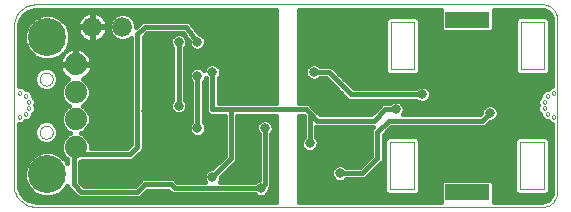
<source format=gbl>
G75*
%MOIN*%
%OFA0B0*%
%FSLAX24Y24*%
%IPPOS*%
%LPD*%
%AMOC8*
5,1,8,0,0,1.08239X$1,22.5*
%
%ADD10C,0.0000*%
%ADD11C,0.0740*%
%ADD12C,0.1266*%
%ADD13C,0.0660*%
%ADD14R,0.1496X0.0551*%
%ADD15C,0.0039*%
%ADD16C,0.0320*%
%ADD17C,0.0160*%
D10*
X006773Y003863D02*
X023643Y003863D01*
X023687Y003865D01*
X023730Y003871D01*
X023772Y003880D01*
X023814Y003893D01*
X023854Y003910D01*
X023893Y003930D01*
X023930Y003953D01*
X023964Y003980D01*
X023997Y004009D01*
X024026Y004042D01*
X024053Y004076D01*
X024076Y004113D01*
X024096Y004152D01*
X024113Y004192D01*
X024126Y004234D01*
X024135Y004276D01*
X024141Y004319D01*
X024143Y004363D01*
X024143Y010109D01*
X024141Y010152D01*
X024136Y010196D01*
X024127Y010238D01*
X024114Y010280D01*
X024098Y010320D01*
X024078Y010359D01*
X024055Y010396D01*
X024029Y010431D01*
X024000Y010463D01*
X023968Y010493D01*
X023933Y010520D01*
X023897Y010544D01*
X023858Y010564D01*
X023818Y010581D01*
X023777Y010595D01*
X023734Y010605D01*
X023691Y010611D01*
X023647Y010613D01*
X023648Y010613D02*
X006777Y010613D01*
X006723Y010611D01*
X006670Y010605D01*
X006617Y010596D01*
X006565Y010582D01*
X006514Y010565D01*
X006464Y010545D01*
X006416Y010521D01*
X006369Y010493D01*
X006325Y010463D01*
X006283Y010429D01*
X006244Y010392D01*
X006207Y010353D01*
X006173Y010311D01*
X006143Y010267D01*
X006115Y010220D01*
X006091Y010172D01*
X006071Y010122D01*
X006054Y010071D01*
X006040Y010019D01*
X006031Y009966D01*
X006025Y009913D01*
X006023Y009859D01*
X006023Y004613D01*
X006025Y004559D01*
X006031Y004506D01*
X006040Y004454D01*
X006053Y004402D01*
X006070Y004351D01*
X006091Y004301D01*
X006115Y004254D01*
X006142Y004208D01*
X006173Y004164D01*
X006206Y004122D01*
X006243Y004083D01*
X006282Y004046D01*
X006324Y004013D01*
X006368Y003982D01*
X006414Y003955D01*
X006461Y003931D01*
X006511Y003910D01*
X006562Y003893D01*
X006614Y003880D01*
X006666Y003871D01*
X006719Y003865D01*
X006773Y003863D01*
X006892Y006352D02*
X006894Y006381D01*
X006900Y006409D01*
X006909Y006437D01*
X006922Y006463D01*
X006939Y006486D01*
X006958Y006508D01*
X006980Y006527D01*
X007005Y006542D01*
X007031Y006555D01*
X007059Y006563D01*
X007087Y006568D01*
X007116Y006569D01*
X007145Y006566D01*
X007173Y006559D01*
X007200Y006549D01*
X007226Y006535D01*
X007249Y006518D01*
X007270Y006498D01*
X007288Y006475D01*
X007303Y006450D01*
X007314Y006423D01*
X007322Y006395D01*
X007326Y006366D01*
X007326Y006338D01*
X007322Y006309D01*
X007314Y006281D01*
X007303Y006254D01*
X007288Y006229D01*
X007270Y006206D01*
X007249Y006186D01*
X007226Y006169D01*
X007200Y006155D01*
X007173Y006145D01*
X007145Y006138D01*
X007116Y006135D01*
X007087Y006136D01*
X007059Y006141D01*
X007031Y006149D01*
X007005Y006162D01*
X006980Y006177D01*
X006958Y006196D01*
X006939Y006218D01*
X006922Y006241D01*
X006909Y006267D01*
X006900Y006295D01*
X006894Y006323D01*
X006892Y006352D01*
X006163Y006863D02*
X006165Y006878D01*
X006170Y006892D01*
X006179Y006904D01*
X006191Y006914D01*
X006204Y006920D01*
X006219Y006923D01*
X006234Y006922D01*
X006249Y006917D01*
X006261Y006909D01*
X006272Y006898D01*
X006279Y006885D01*
X006283Y006871D01*
X006283Y006855D01*
X006279Y006841D01*
X006272Y006828D01*
X006261Y006817D01*
X006249Y006809D01*
X006234Y006804D01*
X006219Y006803D01*
X006204Y006806D01*
X006191Y006812D01*
X006179Y006822D01*
X006170Y006834D01*
X006165Y006848D01*
X006163Y006863D01*
X006363Y006963D02*
X006365Y006978D01*
X006370Y006992D01*
X006379Y007004D01*
X006391Y007014D01*
X006404Y007020D01*
X006419Y007023D01*
X006434Y007022D01*
X006449Y007017D01*
X006461Y007009D01*
X006472Y006998D01*
X006479Y006985D01*
X006483Y006971D01*
X006483Y006955D01*
X006479Y006941D01*
X006472Y006928D01*
X006461Y006917D01*
X006449Y006909D01*
X006434Y006904D01*
X006419Y006903D01*
X006404Y006906D01*
X006391Y006912D01*
X006379Y006922D01*
X006370Y006934D01*
X006365Y006948D01*
X006363Y006963D01*
X006463Y007163D02*
X006465Y007178D01*
X006470Y007192D01*
X006479Y007204D01*
X006491Y007214D01*
X006504Y007220D01*
X006519Y007223D01*
X006534Y007222D01*
X006549Y007217D01*
X006561Y007209D01*
X006572Y007198D01*
X006579Y007185D01*
X006583Y007171D01*
X006583Y007155D01*
X006579Y007141D01*
X006572Y007128D01*
X006561Y007117D01*
X006549Y007109D01*
X006534Y007104D01*
X006519Y007103D01*
X006504Y007106D01*
X006491Y007112D01*
X006479Y007122D01*
X006470Y007134D01*
X006465Y007148D01*
X006463Y007163D01*
X006463Y007363D02*
X006465Y007378D01*
X006470Y007392D01*
X006479Y007404D01*
X006491Y007414D01*
X006504Y007420D01*
X006519Y007423D01*
X006534Y007422D01*
X006549Y007417D01*
X006561Y007409D01*
X006572Y007398D01*
X006579Y007385D01*
X006583Y007371D01*
X006583Y007355D01*
X006579Y007341D01*
X006572Y007328D01*
X006561Y007317D01*
X006549Y007309D01*
X006534Y007304D01*
X006519Y007303D01*
X006504Y007306D01*
X006491Y007312D01*
X006479Y007322D01*
X006470Y007334D01*
X006465Y007348D01*
X006463Y007363D01*
X006363Y007563D02*
X006365Y007578D01*
X006370Y007592D01*
X006379Y007604D01*
X006391Y007614D01*
X006404Y007620D01*
X006419Y007623D01*
X006434Y007622D01*
X006449Y007617D01*
X006461Y007609D01*
X006472Y007598D01*
X006479Y007585D01*
X006483Y007571D01*
X006483Y007555D01*
X006479Y007541D01*
X006472Y007528D01*
X006461Y007517D01*
X006449Y007509D01*
X006434Y007504D01*
X006419Y007503D01*
X006404Y007506D01*
X006391Y007512D01*
X006379Y007522D01*
X006370Y007534D01*
X006365Y007548D01*
X006363Y007563D01*
X006163Y007663D02*
X006165Y007678D01*
X006170Y007692D01*
X006179Y007704D01*
X006191Y007714D01*
X006204Y007720D01*
X006219Y007723D01*
X006234Y007722D01*
X006249Y007717D01*
X006261Y007709D01*
X006272Y007698D01*
X006279Y007685D01*
X006283Y007671D01*
X006283Y007655D01*
X006279Y007641D01*
X006272Y007628D01*
X006261Y007617D01*
X006249Y007609D01*
X006234Y007604D01*
X006219Y007603D01*
X006204Y007606D01*
X006191Y007612D01*
X006179Y007622D01*
X006170Y007634D01*
X006165Y007648D01*
X006163Y007663D01*
X006892Y008124D02*
X006894Y008153D01*
X006900Y008181D01*
X006909Y008209D01*
X006922Y008235D01*
X006939Y008258D01*
X006958Y008280D01*
X006980Y008299D01*
X007005Y008314D01*
X007031Y008327D01*
X007059Y008335D01*
X007087Y008340D01*
X007116Y008341D01*
X007145Y008338D01*
X007173Y008331D01*
X007200Y008321D01*
X007226Y008307D01*
X007249Y008290D01*
X007270Y008270D01*
X007288Y008247D01*
X007303Y008222D01*
X007314Y008195D01*
X007322Y008167D01*
X007326Y008138D01*
X007326Y008110D01*
X007322Y008081D01*
X007314Y008053D01*
X007303Y008026D01*
X007288Y008001D01*
X007270Y007978D01*
X007249Y007958D01*
X007226Y007941D01*
X007200Y007927D01*
X007173Y007917D01*
X007145Y007910D01*
X007116Y007907D01*
X007087Y007908D01*
X007059Y007913D01*
X007031Y007921D01*
X007005Y007934D01*
X006980Y007949D01*
X006958Y007968D01*
X006939Y007990D01*
X006922Y008013D01*
X006909Y008039D01*
X006900Y008067D01*
X006894Y008095D01*
X006892Y008124D01*
X023663Y007363D02*
X023665Y007378D01*
X023670Y007392D01*
X023679Y007404D01*
X023691Y007414D01*
X023704Y007420D01*
X023719Y007423D01*
X023734Y007422D01*
X023749Y007417D01*
X023761Y007409D01*
X023772Y007398D01*
X023779Y007385D01*
X023783Y007371D01*
X023783Y007355D01*
X023779Y007341D01*
X023772Y007328D01*
X023761Y007317D01*
X023749Y007309D01*
X023734Y007304D01*
X023719Y007303D01*
X023704Y007306D01*
X023691Y007312D01*
X023679Y007322D01*
X023670Y007334D01*
X023665Y007348D01*
X023663Y007363D01*
X023663Y007163D02*
X023665Y007178D01*
X023670Y007192D01*
X023679Y007204D01*
X023691Y007214D01*
X023704Y007220D01*
X023719Y007223D01*
X023734Y007222D01*
X023749Y007217D01*
X023761Y007209D01*
X023772Y007198D01*
X023779Y007185D01*
X023783Y007171D01*
X023783Y007155D01*
X023779Y007141D01*
X023772Y007128D01*
X023761Y007117D01*
X023749Y007109D01*
X023734Y007104D01*
X023719Y007103D01*
X023704Y007106D01*
X023691Y007112D01*
X023679Y007122D01*
X023670Y007134D01*
X023665Y007148D01*
X023663Y007163D01*
X023763Y006963D02*
X023765Y006978D01*
X023770Y006992D01*
X023779Y007004D01*
X023791Y007014D01*
X023804Y007020D01*
X023819Y007023D01*
X023834Y007022D01*
X023849Y007017D01*
X023861Y007009D01*
X023872Y006998D01*
X023879Y006985D01*
X023883Y006971D01*
X023883Y006955D01*
X023879Y006941D01*
X023872Y006928D01*
X023861Y006917D01*
X023849Y006909D01*
X023834Y006904D01*
X023819Y006903D01*
X023804Y006906D01*
X023791Y006912D01*
X023779Y006922D01*
X023770Y006934D01*
X023765Y006948D01*
X023763Y006963D01*
X023963Y006863D02*
X023965Y006878D01*
X023970Y006892D01*
X023979Y006904D01*
X023991Y006914D01*
X024004Y006920D01*
X024019Y006923D01*
X024034Y006922D01*
X024049Y006917D01*
X024061Y006909D01*
X024072Y006898D01*
X024079Y006885D01*
X024083Y006871D01*
X024083Y006855D01*
X024079Y006841D01*
X024072Y006828D01*
X024061Y006817D01*
X024049Y006809D01*
X024034Y006804D01*
X024019Y006803D01*
X024004Y006806D01*
X023991Y006812D01*
X023979Y006822D01*
X023970Y006834D01*
X023965Y006848D01*
X023963Y006863D01*
X023763Y007563D02*
X023765Y007578D01*
X023770Y007592D01*
X023779Y007604D01*
X023791Y007614D01*
X023804Y007620D01*
X023819Y007623D01*
X023834Y007622D01*
X023849Y007617D01*
X023861Y007609D01*
X023872Y007598D01*
X023879Y007585D01*
X023883Y007571D01*
X023883Y007555D01*
X023879Y007541D01*
X023872Y007528D01*
X023861Y007517D01*
X023849Y007509D01*
X023834Y007504D01*
X023819Y007503D01*
X023804Y007506D01*
X023791Y007512D01*
X023779Y007522D01*
X023770Y007534D01*
X023765Y007548D01*
X023763Y007563D01*
X023963Y007663D02*
X023965Y007678D01*
X023970Y007692D01*
X023979Y007704D01*
X023991Y007714D01*
X024004Y007720D01*
X024019Y007723D01*
X024034Y007722D01*
X024049Y007717D01*
X024061Y007709D01*
X024072Y007698D01*
X024079Y007685D01*
X024083Y007671D01*
X024083Y007655D01*
X024079Y007641D01*
X024072Y007628D01*
X024061Y007617D01*
X024049Y007609D01*
X024034Y007604D01*
X024019Y007603D01*
X024004Y007606D01*
X023991Y007612D01*
X023979Y007622D01*
X023970Y007634D01*
X023965Y007648D01*
X023963Y007663D01*
D11*
X008093Y007681D03*
X008093Y008616D03*
X008093Y006794D03*
X008093Y005860D03*
D12*
X007148Y004954D03*
X007148Y009521D03*
D13*
X008648Y009863D03*
X009648Y009863D03*
D14*
X021148Y010104D03*
X021148Y004372D03*
D15*
X021734Y004254D02*
X021734Y004490D01*
X020553Y004490D01*
X020553Y004254D01*
X021734Y004254D01*
X022916Y004450D02*
X023703Y004450D01*
X023703Y006025D01*
X022916Y006025D01*
X022916Y004450D01*
X019372Y004450D02*
X019372Y006025D01*
X018585Y006025D01*
X018585Y004450D01*
X019372Y004450D01*
X019380Y008450D02*
X018593Y008450D01*
X018593Y010025D01*
X019380Y010025D01*
X019380Y008450D01*
X020561Y009986D02*
X021742Y009986D01*
X021742Y010222D01*
X020561Y010222D01*
X020561Y009986D01*
X022923Y010025D02*
X022923Y008450D01*
X023711Y008450D01*
X023711Y010025D01*
X022923Y010025D01*
D16*
X018273Y009363D03*
X017148Y009863D03*
X016523Y009863D03*
X015898Y009488D03*
X015773Y008863D03*
X016398Y008863D03*
X016023Y008363D03*
X018473Y007938D03*
X019273Y007238D03*
X019898Y007238D03*
X019648Y007613D03*
X018773Y007113D03*
X016873Y007138D03*
X016273Y007113D03*
X014398Y006488D03*
X015898Y005988D03*
X016898Y005988D03*
X016898Y004988D03*
X016273Y004988D03*
X018273Y004638D03*
X018273Y004238D03*
X014273Y004488D03*
X012648Y004863D03*
X011898Y004863D03*
X011023Y004238D03*
X010148Y005113D03*
X011898Y005738D03*
X012148Y006488D03*
X012648Y006613D03*
X011148Y006863D03*
X011523Y007238D03*
X010448Y007063D03*
X008523Y007238D03*
X010648Y008363D03*
X012148Y008238D03*
X012648Y008363D03*
X013523Y008363D03*
X012148Y009363D03*
X011523Y009363D03*
X010748Y009363D03*
X009398Y009238D03*
X008773Y005988D03*
X017773Y010238D03*
X023773Y008038D03*
X021898Y007488D03*
X021898Y006988D03*
X020773Y007238D03*
X023773Y006438D03*
D17*
X023963Y006399D02*
X018481Y006399D01*
X018358Y006276D02*
X018610Y006528D01*
X021735Y006528D01*
X021905Y006698D01*
X021956Y006698D01*
X022062Y006742D01*
X022144Y006824D01*
X022188Y006930D01*
X022188Y007045D01*
X022144Y007152D01*
X022062Y007234D01*
X021956Y007278D01*
X021840Y007278D01*
X021734Y007234D01*
X021652Y007152D01*
X021608Y007045D01*
X021608Y006995D01*
X021561Y006948D01*
X019018Y006948D01*
X019019Y006949D01*
X019063Y007055D01*
X019063Y007170D01*
X019019Y007277D01*
X018937Y007359D01*
X018831Y007403D01*
X018715Y007403D01*
X018609Y007359D01*
X018573Y007323D01*
X018311Y007323D01*
X018188Y007200D01*
X017936Y006948D01*
X016235Y006948D01*
X015985Y007198D01*
X015983Y007200D01*
X015860Y007323D01*
X015523Y007323D01*
X015523Y010433D01*
X020270Y010433D01*
X020270Y009774D01*
X020346Y009698D01*
X021950Y009698D01*
X022026Y009774D01*
X022026Y010433D01*
X023646Y010433D01*
X023709Y010426D01*
X023823Y010377D01*
X023911Y010288D01*
X023957Y010173D01*
X023963Y010111D01*
X023963Y010110D01*
X023962Y010036D01*
X023963Y010035D01*
X023963Y007898D01*
X023887Y007866D01*
X023823Y007803D01*
X023775Y007803D01*
X023687Y007766D01*
X023619Y007699D01*
X023583Y007611D01*
X023583Y007562D01*
X023519Y007499D01*
X023483Y007411D01*
X023483Y007315D01*
X023505Y007263D01*
X023483Y007211D01*
X023483Y007115D01*
X023519Y007027D01*
X023583Y006963D01*
X023583Y006915D01*
X023619Y006827D01*
X023687Y006759D01*
X023775Y006723D01*
X023823Y006723D01*
X023887Y006659D01*
X023963Y006628D01*
X023963Y004363D01*
X023957Y004300D01*
X023909Y004185D01*
X023821Y004097D01*
X023705Y004049D01*
X023643Y004043D01*
X022026Y004043D01*
X022026Y004701D01*
X021950Y004777D01*
X020346Y004777D01*
X020270Y004701D01*
X020270Y004043D01*
X015523Y004043D01*
X015523Y006903D01*
X015686Y006903D01*
X015688Y006901D01*
X015688Y006188D01*
X015652Y006152D01*
X015608Y006045D01*
X015608Y005930D01*
X015652Y005824D01*
X015734Y005742D01*
X015840Y005698D01*
X015956Y005698D01*
X016062Y005742D01*
X016144Y005824D01*
X016188Y005930D01*
X016188Y006045D01*
X016144Y006152D01*
X016108Y006188D01*
X016108Y006528D01*
X018016Y006528D01*
X017938Y006450D01*
X017938Y005575D01*
X017561Y005198D01*
X017098Y005198D01*
X017062Y005234D01*
X016956Y005278D01*
X016840Y005278D01*
X016734Y005234D01*
X016652Y005152D01*
X016608Y005045D01*
X016608Y004930D01*
X016652Y004824D01*
X016734Y004742D01*
X016840Y004698D01*
X016956Y004698D01*
X017062Y004742D01*
X017098Y004778D01*
X017735Y004778D01*
X018235Y005278D01*
X018358Y005401D01*
X018358Y006276D01*
X018358Y006240D02*
X023963Y006240D01*
X023903Y006108D02*
X023786Y006225D01*
X023620Y006225D01*
X022998Y006225D01*
X022833Y006225D01*
X022716Y006108D01*
X022716Y004368D01*
X022833Y004251D01*
X023786Y004251D01*
X023903Y004368D01*
X023903Y006108D01*
X023903Y006082D02*
X023963Y006082D01*
X023963Y005923D02*
X023903Y005923D01*
X023903Y005765D02*
X023963Y005765D01*
X023963Y005606D02*
X023903Y005606D01*
X023903Y005448D02*
X023963Y005448D01*
X023963Y005289D02*
X023903Y005289D01*
X023903Y005131D02*
X023963Y005131D01*
X023963Y004972D02*
X023903Y004972D01*
X023903Y004814D02*
X023963Y004814D01*
X023963Y004655D02*
X023903Y004655D01*
X023903Y004497D02*
X023963Y004497D01*
X023961Y004338D02*
X023873Y004338D01*
X023904Y004180D02*
X022026Y004180D01*
X022026Y004338D02*
X022745Y004338D01*
X022716Y004497D02*
X022026Y004497D01*
X022026Y004655D02*
X022716Y004655D01*
X022716Y004814D02*
X019572Y004814D01*
X019572Y004972D02*
X022716Y004972D01*
X022716Y005131D02*
X019572Y005131D01*
X019572Y005289D02*
X022716Y005289D01*
X022716Y005448D02*
X019572Y005448D01*
X019572Y005606D02*
X022716Y005606D01*
X022716Y005765D02*
X019572Y005765D01*
X019572Y005923D02*
X022716Y005923D01*
X022716Y006082D02*
X019572Y006082D01*
X019572Y006108D02*
X019455Y006225D01*
X019290Y006225D01*
X018668Y006225D01*
X018502Y006225D01*
X018385Y006108D01*
X018385Y004368D01*
X018502Y004251D01*
X019455Y004251D01*
X019572Y004368D01*
X019572Y006108D01*
X018385Y006082D02*
X018358Y006082D01*
X018148Y006363D02*
X018523Y006738D01*
X021648Y006738D01*
X021898Y006988D01*
X022104Y007191D02*
X023483Y007191D01*
X023483Y007350D02*
X019771Y007350D01*
X019812Y007367D02*
X019894Y007449D01*
X019938Y007555D01*
X019938Y007670D01*
X019894Y007777D01*
X019812Y007859D01*
X019706Y007903D01*
X019590Y007903D01*
X019484Y007859D01*
X019448Y007823D01*
X017360Y007823D01*
X016733Y008450D01*
X016610Y008573D01*
X016223Y008573D01*
X016187Y008609D01*
X016081Y008653D01*
X015965Y008653D01*
X015859Y008609D01*
X015777Y008527D01*
X015733Y008420D01*
X015733Y008305D01*
X015777Y008199D01*
X015859Y008117D01*
X015965Y008073D01*
X016081Y008073D01*
X016187Y008117D01*
X016223Y008153D01*
X016436Y008153D01*
X017186Y007403D01*
X019448Y007403D01*
X019484Y007367D01*
X019590Y007323D01*
X019706Y007323D01*
X019812Y007367D01*
X019918Y007508D02*
X023529Y007508D01*
X023606Y007667D02*
X019938Y007667D01*
X019648Y007613D02*
X017273Y007613D01*
X016523Y008363D01*
X016023Y008363D01*
X015749Y008459D02*
X015523Y008459D01*
X015523Y008301D02*
X015735Y008301D01*
X015833Y008142D02*
X015523Y008142D01*
X015523Y007984D02*
X016605Y007984D01*
X016446Y008142D02*
X016213Y008142D01*
X016882Y008301D02*
X018460Y008301D01*
X018510Y008251D02*
X018393Y008368D01*
X018393Y010108D01*
X018510Y010225D01*
X019463Y010225D01*
X019580Y010108D01*
X019580Y008368D01*
X019463Y008251D01*
X019297Y008251D01*
X018675Y008251D01*
X018510Y008251D01*
X018393Y008459D02*
X016723Y008459D01*
X017040Y008142D02*
X023963Y008142D01*
X023963Y007984D02*
X017199Y007984D01*
X017357Y007825D02*
X019450Y007825D01*
X019845Y007825D02*
X023846Y007825D01*
X023794Y008251D02*
X023628Y008251D01*
X023006Y008251D01*
X022841Y008251D01*
X022724Y008368D01*
X022724Y010108D01*
X022841Y010225D01*
X023794Y010225D01*
X023911Y010108D01*
X023911Y008368D01*
X023794Y008251D01*
X023844Y008301D02*
X023963Y008301D01*
X023963Y008459D02*
X023911Y008459D01*
X023911Y008618D02*
X023963Y008618D01*
X023963Y008776D02*
X023911Y008776D01*
X023911Y008935D02*
X023963Y008935D01*
X023963Y009093D02*
X023911Y009093D01*
X023911Y009252D02*
X023963Y009252D01*
X023963Y009410D02*
X023911Y009410D01*
X023911Y009569D02*
X023963Y009569D01*
X023963Y009727D02*
X023911Y009727D01*
X023911Y009886D02*
X023963Y009886D01*
X023962Y010044D02*
X023911Y010044D01*
X023945Y010203D02*
X023816Y010203D01*
X023839Y010361D02*
X022026Y010361D01*
X022026Y010203D02*
X022819Y010203D01*
X022724Y010044D02*
X022026Y010044D01*
X022026Y009886D02*
X022724Y009886D01*
X022724Y009727D02*
X021979Y009727D01*
X022724Y009569D02*
X019580Y009569D01*
X019580Y009727D02*
X020317Y009727D01*
X020270Y009886D02*
X019580Y009886D01*
X019580Y010044D02*
X020270Y010044D01*
X020270Y010203D02*
X019485Y010203D01*
X020270Y010361D02*
X015523Y010361D01*
X015523Y010203D02*
X018488Y010203D01*
X018393Y010044D02*
X015523Y010044D01*
X015523Y009886D02*
X018393Y009886D01*
X018393Y009727D02*
X015523Y009727D01*
X015523Y009569D02*
X018393Y009569D01*
X018393Y009410D02*
X015523Y009410D01*
X015523Y009252D02*
X018393Y009252D01*
X018393Y009093D02*
X015523Y009093D01*
X015523Y008935D02*
X018393Y008935D01*
X018393Y008776D02*
X015523Y008776D01*
X015523Y008618D02*
X015881Y008618D01*
X016165Y008618D02*
X018393Y008618D01*
X019513Y008301D02*
X022791Y008301D01*
X022724Y008459D02*
X019580Y008459D01*
X019580Y008618D02*
X022724Y008618D01*
X022724Y008776D02*
X019580Y008776D01*
X019580Y008935D02*
X022724Y008935D01*
X022724Y009093D02*
X019580Y009093D01*
X019580Y009252D02*
X022724Y009252D01*
X022724Y009410D02*
X019580Y009410D01*
X016763Y007825D02*
X015523Y007825D01*
X015523Y007667D02*
X016922Y007667D01*
X017080Y007508D02*
X015523Y007508D01*
X015523Y007350D02*
X018600Y007350D01*
X018773Y007113D02*
X018398Y007113D01*
X018023Y006738D01*
X016148Y006738D01*
X015898Y006988D01*
X015773Y007113D01*
X013273Y007113D01*
X013273Y005488D01*
X012648Y004863D01*
X012938Y004856D02*
X013360Y005278D01*
X013483Y005401D01*
X013483Y006903D01*
X014773Y006903D01*
X014773Y004043D01*
X006773Y004043D01*
X006684Y004050D01*
X006514Y004105D01*
X006370Y004210D01*
X006265Y004354D01*
X006210Y004524D01*
X006203Y004613D01*
X006203Y006623D01*
X006271Y006623D01*
X006359Y006659D01*
X006422Y006723D01*
X006471Y006723D01*
X006559Y006759D01*
X006626Y006827D01*
X006663Y006915D01*
X006663Y006963D01*
X006726Y007027D01*
X006763Y007115D01*
X006763Y007211D01*
X006741Y007263D01*
X006763Y007315D01*
X006763Y007411D01*
X006726Y007499D01*
X006663Y007562D01*
X006663Y007611D01*
X006626Y007699D01*
X006559Y007766D01*
X006471Y007803D01*
X006422Y007803D01*
X006359Y007866D01*
X006271Y007903D01*
X006203Y007903D01*
X006203Y009859D01*
X006210Y009949D01*
X006265Y010119D01*
X006371Y010265D01*
X006516Y010370D01*
X006687Y010426D01*
X006777Y010433D01*
X014773Y010433D01*
X014773Y007323D01*
X012858Y007323D01*
X012858Y008163D01*
X012894Y008199D01*
X012938Y008305D01*
X012938Y008420D01*
X012894Y008527D01*
X012812Y008609D01*
X012706Y008653D01*
X012590Y008653D01*
X012484Y008609D01*
X012402Y008527D01*
X012363Y008433D01*
X012312Y008484D01*
X012206Y008528D01*
X012090Y008528D01*
X011984Y008484D01*
X011902Y008402D01*
X011858Y008295D01*
X011858Y008180D01*
X011902Y008074D01*
X011938Y008038D01*
X011938Y006688D01*
X011902Y006652D01*
X011858Y006545D01*
X011858Y006430D01*
X011902Y006324D01*
X011984Y006242D01*
X012090Y006198D01*
X012206Y006198D01*
X012312Y006242D01*
X012394Y006324D01*
X012438Y006430D01*
X012438Y006545D01*
X012394Y006652D01*
X012358Y006688D01*
X012358Y008038D01*
X012394Y008074D01*
X012433Y008168D01*
X012438Y008163D01*
X012438Y007026D01*
X012561Y006903D01*
X013063Y006903D01*
X013063Y005575D01*
X012641Y005153D01*
X012590Y005153D01*
X012484Y005109D01*
X012402Y005027D01*
X012358Y004920D01*
X012358Y004805D01*
X012402Y004699D01*
X012403Y004698D01*
X011485Y004698D01*
X011360Y004823D01*
X010311Y004823D01*
X010188Y004700D01*
X010061Y004573D01*
X008360Y004573D01*
X008233Y004700D01*
X008233Y005377D01*
X008296Y005403D01*
X009985Y005403D01*
X010108Y005526D01*
X010358Y005776D01*
X010358Y009526D01*
X010485Y009653D01*
X011668Y009653D01*
X011743Y009553D01*
X011687Y009609D01*
X011581Y009653D01*
X011465Y009653D01*
X011359Y009609D01*
X011277Y009527D01*
X011233Y009420D01*
X011233Y009305D01*
X011277Y009199D01*
X011313Y009163D01*
X011313Y007438D01*
X011277Y007402D01*
X011233Y007295D01*
X011233Y007180D01*
X011277Y007074D01*
X011359Y006992D01*
X011465Y006948D01*
X011581Y006948D01*
X011687Y006992D01*
X011769Y007074D01*
X011813Y007180D01*
X011813Y007295D01*
X011769Y007402D01*
X011733Y007438D01*
X011733Y009163D01*
X011769Y009199D01*
X011813Y009305D01*
X011813Y009420D01*
X011777Y009508D01*
X011858Y009399D01*
X011858Y009305D01*
X011902Y009199D01*
X011984Y009117D01*
X012090Y009073D01*
X012206Y009073D01*
X012312Y009117D01*
X012394Y009199D01*
X012438Y009305D01*
X012438Y009420D01*
X012394Y009527D01*
X012312Y009609D01*
X012206Y009653D01*
X012193Y009653D01*
X011983Y009933D01*
X011983Y009950D01*
X011932Y010001D01*
X011889Y010058D01*
X011872Y010061D01*
X011860Y010073D01*
X011788Y010073D01*
X011716Y010083D01*
X011703Y010073D01*
X010311Y010073D01*
X010108Y009870D01*
X010108Y009954D01*
X010038Y010123D01*
X009908Y010253D01*
X009739Y010323D01*
X009556Y010323D01*
X009387Y010253D01*
X009258Y010123D01*
X009188Y009954D01*
X009188Y009771D01*
X009258Y009602D01*
X009387Y009473D01*
X009556Y009403D01*
X009739Y009403D01*
X009908Y009473D01*
X009938Y009502D01*
X009938Y005950D01*
X009811Y005823D01*
X008593Y005823D01*
X008593Y005959D01*
X008517Y006143D01*
X008376Y006284D01*
X008272Y006327D01*
X008376Y006370D01*
X008517Y006511D01*
X008593Y006695D01*
X008593Y006894D01*
X008517Y007077D01*
X008376Y007218D01*
X008328Y007238D01*
X008376Y007258D01*
X008517Y007398D01*
X008593Y007582D01*
X008593Y007781D01*
X008517Y007965D01*
X008376Y008105D01*
X008335Y008122D01*
X008381Y008145D01*
X008451Y008196D01*
X008512Y008257D01*
X008563Y008327D01*
X008602Y008405D01*
X008629Y008487D01*
X008643Y008572D01*
X008643Y008606D01*
X008103Y008606D01*
X008103Y008626D01*
X008083Y008626D01*
X008083Y009166D01*
X008049Y009166D01*
X007964Y009152D01*
X007882Y009125D01*
X007804Y009086D01*
X007758Y009053D01*
X007795Y009089D01*
X007911Y009369D01*
X007911Y009673D01*
X007795Y009954D01*
X007580Y010168D01*
X007300Y010284D01*
X006996Y010284D01*
X006716Y010168D01*
X006501Y009954D01*
X006385Y009673D01*
X006385Y009369D01*
X006501Y009089D01*
X006716Y008874D01*
X006996Y008758D01*
X007300Y008758D01*
X007580Y008874D01*
X007656Y008950D01*
X007622Y008904D01*
X007583Y008827D01*
X007556Y008745D01*
X007543Y008659D01*
X007543Y008626D01*
X008083Y008626D01*
X008083Y008606D01*
X007543Y008606D01*
X007543Y008572D01*
X007556Y008487D01*
X007583Y008405D01*
X007622Y008327D01*
X007673Y008257D01*
X007734Y008196D01*
X007804Y008145D01*
X007850Y008122D01*
X007810Y008105D01*
X007669Y007965D01*
X007593Y007781D01*
X007593Y007582D01*
X007669Y007398D01*
X007810Y007258D01*
X007857Y007238D01*
X007810Y007218D01*
X007669Y007077D01*
X007593Y006894D01*
X007593Y006695D01*
X007669Y006511D01*
X007810Y006370D01*
X007914Y006327D01*
X007810Y006284D01*
X007669Y006143D01*
X007593Y005959D01*
X007593Y005760D01*
X007669Y005577D01*
X007810Y005436D01*
X007813Y005435D01*
X007813Y005343D01*
X007795Y005387D01*
X007580Y005601D01*
X007300Y005717D01*
X006996Y005717D01*
X006716Y005601D01*
X006501Y005387D01*
X006385Y005106D01*
X006385Y004803D01*
X006501Y004522D01*
X006716Y004307D01*
X006996Y004191D01*
X007300Y004191D01*
X007580Y004307D01*
X007795Y004522D01*
X007813Y004566D01*
X007813Y004526D01*
X007936Y004403D01*
X008063Y004276D01*
X008063Y004276D01*
X008186Y004153D01*
X010235Y004153D01*
X010485Y004403D01*
X011186Y004403D01*
X011311Y004278D01*
X014073Y004278D01*
X014109Y004242D01*
X014215Y004198D01*
X014331Y004198D01*
X014437Y004242D01*
X014519Y004324D01*
X014563Y004430D01*
X014563Y004481D01*
X014608Y004526D01*
X014608Y006288D01*
X014644Y006324D01*
X014688Y006430D01*
X014688Y006545D01*
X014644Y006652D01*
X014562Y006734D01*
X014456Y006778D01*
X014340Y006778D01*
X014234Y006734D01*
X014152Y006652D01*
X014108Y006545D01*
X014108Y006430D01*
X014152Y006324D01*
X014188Y006288D01*
X014188Y004766D01*
X014109Y004734D01*
X014073Y004698D01*
X012893Y004698D01*
X012894Y004699D01*
X012938Y004805D01*
X012938Y004856D01*
X012938Y004814D02*
X014188Y004814D01*
X014188Y004972D02*
X013054Y004972D01*
X013213Y005131D02*
X014188Y005131D01*
X014188Y005289D02*
X013371Y005289D01*
X013483Y005448D02*
X014188Y005448D01*
X014188Y005606D02*
X013483Y005606D01*
X013483Y005765D02*
X014188Y005765D01*
X014188Y005923D02*
X013483Y005923D01*
X013063Y005923D02*
X010358Y005923D01*
X010347Y005765D02*
X013063Y005765D01*
X013063Y005606D02*
X010188Y005606D01*
X010030Y005448D02*
X012936Y005448D01*
X012777Y005289D02*
X008233Y005289D01*
X008233Y005131D02*
X012537Y005131D01*
X012379Y004972D02*
X008233Y004972D01*
X008233Y004814D02*
X010302Y004814D01*
X010143Y004655D02*
X008277Y004655D01*
X008023Y004613D02*
X008023Y005790D01*
X008093Y005860D01*
X008340Y005613D01*
X009898Y005613D01*
X010148Y005863D01*
X010148Y009613D01*
X010398Y009863D01*
X011773Y009863D01*
X012148Y009363D01*
X012416Y009252D02*
X014773Y009252D01*
X014773Y009093D02*
X012255Y009093D01*
X012041Y009093D02*
X011733Y009093D01*
X011733Y008935D02*
X014773Y008935D01*
X014773Y008776D02*
X011733Y008776D01*
X011733Y008618D02*
X012506Y008618D01*
X012374Y008459D02*
X012336Y008459D01*
X012648Y008363D02*
X012648Y007113D01*
X013273Y007113D01*
X012858Y007350D02*
X014773Y007350D01*
X014773Y007508D02*
X012858Y007508D01*
X012858Y007667D02*
X014773Y007667D01*
X014773Y007825D02*
X012858Y007825D01*
X012858Y007984D02*
X014773Y007984D01*
X014773Y008142D02*
X012858Y008142D01*
X012936Y008301D02*
X014773Y008301D01*
X014773Y008459D02*
X012922Y008459D01*
X012790Y008618D02*
X014773Y008618D01*
X014773Y009410D02*
X012438Y009410D01*
X012352Y009569D02*
X014773Y009569D01*
X014773Y009727D02*
X012137Y009727D01*
X012018Y009886D02*
X014773Y009886D01*
X014773Y010044D02*
X011899Y010044D01*
X011731Y009569D02*
X011727Y009569D01*
X011813Y009410D02*
X011850Y009410D01*
X011523Y009363D02*
X011523Y007238D01*
X011790Y007350D02*
X011938Y007350D01*
X011938Y007508D02*
X011733Y007508D01*
X011733Y007667D02*
X011938Y007667D01*
X012358Y007667D02*
X012438Y007667D01*
X012438Y007508D02*
X012358Y007508D01*
X012358Y007350D02*
X012438Y007350D01*
X012438Y007191D02*
X012358Y007191D01*
X012358Y007033D02*
X012438Y007033D01*
X012358Y006874D02*
X013063Y006874D01*
X013063Y006716D02*
X012358Y006716D01*
X012433Y006557D02*
X013063Y006557D01*
X013063Y006399D02*
X012425Y006399D01*
X012308Y006240D02*
X013063Y006240D01*
X013063Y006082D02*
X010358Y006082D01*
X010358Y006240D02*
X011988Y006240D01*
X011871Y006399D02*
X010358Y006399D01*
X010358Y006557D02*
X011863Y006557D01*
X011938Y006716D02*
X010358Y006716D01*
X010358Y006874D02*
X011938Y006874D01*
X011938Y007033D02*
X011728Y007033D01*
X011813Y007191D02*
X011938Y007191D01*
X011318Y007033D02*
X010358Y007033D01*
X010358Y007191D02*
X011233Y007191D01*
X011255Y007350D02*
X010358Y007350D01*
X010358Y007508D02*
X011313Y007508D01*
X011313Y007667D02*
X010358Y007667D01*
X009938Y007667D02*
X008593Y007667D01*
X008562Y007508D02*
X009938Y007508D01*
X009938Y007350D02*
X008468Y007350D01*
X008403Y007191D02*
X009938Y007191D01*
X009938Y007033D02*
X008535Y007033D01*
X008593Y006874D02*
X009938Y006874D01*
X009938Y006716D02*
X008593Y006716D01*
X008536Y006557D02*
X009938Y006557D01*
X009938Y006399D02*
X008405Y006399D01*
X008419Y006240D02*
X009938Y006240D01*
X009938Y006082D02*
X008542Y006082D01*
X008593Y005923D02*
X009911Y005923D01*
X007798Y005448D02*
X007734Y005448D01*
X007657Y005606D02*
X007568Y005606D01*
X007593Y005765D02*
X006203Y005765D01*
X006203Y005923D02*
X007593Y005923D01*
X007445Y006127D02*
X007333Y006016D01*
X007187Y005955D01*
X007030Y005955D01*
X006884Y006016D01*
X006772Y006127D01*
X006712Y006273D01*
X006712Y006431D01*
X006772Y006577D01*
X006884Y006688D01*
X007030Y006749D01*
X007187Y006749D01*
X007333Y006688D01*
X007445Y006577D01*
X007505Y006431D01*
X007505Y006273D01*
X007445Y006127D01*
X007399Y006082D02*
X007643Y006082D01*
X007766Y006240D02*
X007491Y006240D01*
X007505Y006399D02*
X007781Y006399D01*
X007650Y006557D02*
X007453Y006557D01*
X007593Y006716D02*
X007266Y006716D01*
X006951Y006716D02*
X006415Y006716D01*
X006203Y006557D02*
X006764Y006557D01*
X006712Y006399D02*
X006203Y006399D01*
X006203Y006240D02*
X006726Y006240D01*
X006818Y006082D02*
X006203Y006082D01*
X006203Y005606D02*
X006728Y005606D01*
X006562Y005448D02*
X006203Y005448D01*
X006203Y005289D02*
X006461Y005289D01*
X006395Y005131D02*
X006203Y005131D01*
X006203Y004972D02*
X006385Y004972D01*
X006385Y004814D02*
X006203Y004814D01*
X006203Y004655D02*
X006446Y004655D01*
X006526Y004497D02*
X006219Y004497D01*
X006276Y004338D02*
X006685Y004338D01*
X006411Y004180D02*
X008159Y004180D01*
X008000Y004338D02*
X007611Y004338D01*
X007769Y004497D02*
X007842Y004497D01*
X008023Y004613D02*
X008273Y004363D01*
X010148Y004363D01*
X010398Y004613D01*
X011273Y004613D01*
X011398Y004488D01*
X014273Y004488D01*
X014398Y004613D01*
X014398Y006488D01*
X014675Y006399D02*
X014773Y006399D01*
X014773Y006557D02*
X014683Y006557D01*
X014773Y006716D02*
X014580Y006716D01*
X014773Y006874D02*
X013483Y006874D01*
X013483Y006716D02*
X014216Y006716D01*
X014113Y006557D02*
X013483Y006557D01*
X013483Y006399D02*
X014121Y006399D01*
X014188Y006240D02*
X013483Y006240D01*
X013483Y006082D02*
X014188Y006082D01*
X014608Y006082D02*
X014773Y006082D01*
X014773Y006240D02*
X014608Y006240D01*
X015523Y006240D02*
X015688Y006240D01*
X015688Y006399D02*
X015523Y006399D01*
X015523Y006557D02*
X015688Y006557D01*
X015688Y006716D02*
X015523Y006716D01*
X015523Y006874D02*
X015688Y006874D01*
X015898Y006988D02*
X015898Y005988D01*
X016173Y006082D02*
X017938Y006082D01*
X017938Y006240D02*
X016108Y006240D01*
X016108Y006399D02*
X017938Y006399D01*
X018148Y006363D02*
X018148Y005488D01*
X017648Y004988D01*
X016898Y004988D01*
X016608Y004972D02*
X015523Y004972D01*
X015523Y004814D02*
X016662Y004814D01*
X016643Y005131D02*
X015523Y005131D01*
X015523Y005289D02*
X017652Y005289D01*
X017811Y005448D02*
X015523Y005448D01*
X015523Y005606D02*
X017938Y005606D01*
X017938Y005765D02*
X016085Y005765D01*
X016185Y005923D02*
X017938Y005923D01*
X018358Y005923D02*
X018385Y005923D01*
X018385Y005765D02*
X018358Y005765D01*
X018358Y005606D02*
X018385Y005606D01*
X018385Y005448D02*
X018358Y005448D01*
X018385Y005289D02*
X018246Y005289D01*
X018385Y005131D02*
X018088Y005131D01*
X017929Y004972D02*
X018385Y004972D01*
X018385Y004814D02*
X017771Y004814D01*
X018385Y004655D02*
X015523Y004655D01*
X015523Y004497D02*
X018385Y004497D01*
X018415Y004338D02*
X015523Y004338D01*
X015523Y004180D02*
X020270Y004180D01*
X020270Y004338D02*
X019543Y004338D01*
X019572Y004497D02*
X020270Y004497D01*
X020270Y004655D02*
X019572Y004655D01*
X015711Y005765D02*
X015523Y005765D01*
X015523Y005923D02*
X015611Y005923D01*
X015623Y006082D02*
X015523Y006082D01*
X014773Y005923D02*
X014608Y005923D01*
X014608Y005765D02*
X014773Y005765D01*
X014773Y005606D02*
X014608Y005606D01*
X014608Y005448D02*
X014773Y005448D01*
X014773Y005289D02*
X014608Y005289D01*
X014608Y005131D02*
X014773Y005131D01*
X014773Y004972D02*
X014608Y004972D01*
X014608Y004814D02*
X014773Y004814D01*
X014773Y004655D02*
X014608Y004655D01*
X014579Y004497D02*
X014773Y004497D01*
X014773Y004338D02*
X014525Y004338D01*
X014773Y004180D02*
X010262Y004180D01*
X010420Y004338D02*
X011250Y004338D01*
X011369Y004814D02*
X012358Y004814D01*
X012148Y006488D02*
X012148Y008238D01*
X012422Y008142D02*
X012438Y008142D01*
X012438Y007984D02*
X012358Y007984D01*
X012358Y007825D02*
X012438Y007825D01*
X011938Y007825D02*
X011733Y007825D01*
X011733Y007984D02*
X011938Y007984D01*
X011874Y008142D02*
X011733Y008142D01*
X011733Y008301D02*
X011860Y008301D01*
X011959Y008459D02*
X011733Y008459D01*
X011313Y008459D02*
X010358Y008459D01*
X010358Y008301D02*
X011313Y008301D01*
X011313Y008142D02*
X010358Y008142D01*
X010358Y007984D02*
X011313Y007984D01*
X011313Y007825D02*
X010358Y007825D01*
X009938Y007825D02*
X008574Y007825D01*
X008498Y007984D02*
X009938Y007984D01*
X009938Y008142D02*
X008375Y008142D01*
X008544Y008301D02*
X009938Y008301D01*
X009938Y008459D02*
X008620Y008459D01*
X008643Y008626D02*
X008643Y008659D01*
X008629Y008745D01*
X008602Y008827D01*
X008563Y008904D01*
X008512Y008974D01*
X008451Y009035D01*
X008381Y009086D01*
X008304Y009125D01*
X008222Y009152D01*
X008136Y009166D01*
X008103Y009166D01*
X008103Y008626D01*
X008643Y008626D01*
X008619Y008776D02*
X009938Y008776D01*
X009938Y008618D02*
X008103Y008618D01*
X008083Y008618D02*
X006203Y008618D01*
X006203Y008776D02*
X006952Y008776D01*
X006655Y008935D02*
X006203Y008935D01*
X006203Y009093D02*
X006499Y009093D01*
X006434Y009252D02*
X006203Y009252D01*
X006203Y009410D02*
X006385Y009410D01*
X006385Y009569D02*
X006203Y009569D01*
X006203Y009727D02*
X006407Y009727D01*
X006473Y009886D02*
X006205Y009886D01*
X006241Y010044D02*
X006592Y010044D01*
X006799Y010203D02*
X006326Y010203D01*
X006504Y010361D02*
X008535Y010361D01*
X008528Y010360D02*
X008452Y010335D01*
X008381Y010299D01*
X008316Y010252D01*
X008259Y010195D01*
X008212Y010130D01*
X008175Y010059D01*
X008150Y009982D01*
X008138Y009903D01*
X008138Y009881D01*
X008629Y009881D01*
X008629Y009844D01*
X008138Y009844D01*
X008138Y009823D01*
X008150Y009743D01*
X008175Y009667D01*
X008212Y009595D01*
X008259Y009531D01*
X008316Y009474D01*
X008381Y009427D01*
X008452Y009390D01*
X008528Y009365D01*
X008608Y009353D01*
X008629Y009353D01*
X008629Y009844D01*
X008666Y009844D01*
X008666Y009353D01*
X008688Y009353D01*
X008767Y009365D01*
X008844Y009390D01*
X008915Y009427D01*
X008980Y009474D01*
X009037Y009531D01*
X009084Y009595D01*
X009121Y009667D01*
X009145Y009743D01*
X009158Y009823D01*
X009158Y009844D01*
X008666Y009844D01*
X008666Y009881D01*
X008629Y009881D01*
X008629Y010373D01*
X008608Y010373D01*
X008528Y010360D01*
X008629Y010361D02*
X008666Y010361D01*
X008666Y010373D02*
X008666Y009881D01*
X009158Y009881D01*
X009158Y009903D01*
X009145Y009982D01*
X009121Y010059D01*
X009084Y010130D01*
X009037Y010195D01*
X008980Y010252D01*
X008915Y010299D01*
X008844Y010335D01*
X008767Y010360D01*
X008688Y010373D01*
X008666Y010373D01*
X008761Y010361D02*
X014773Y010361D01*
X014773Y010203D02*
X009958Y010203D01*
X010071Y010044D02*
X010282Y010044D01*
X010124Y009886D02*
X010108Y009886D01*
X010401Y009569D02*
X011319Y009569D01*
X011233Y009410D02*
X010358Y009410D01*
X009938Y009410D02*
X009758Y009410D01*
X009538Y009410D02*
X008883Y009410D01*
X008666Y009410D02*
X008629Y009410D01*
X008629Y009569D02*
X008666Y009569D01*
X008666Y009727D02*
X008629Y009727D01*
X008629Y009886D02*
X008666Y009886D01*
X008666Y010044D02*
X008629Y010044D01*
X008629Y010203D02*
X008666Y010203D01*
X009029Y010203D02*
X009337Y010203D01*
X009225Y010044D02*
X009125Y010044D01*
X009158Y009886D02*
X009188Y009886D01*
X009206Y009727D02*
X009140Y009727D01*
X009065Y009569D02*
X009291Y009569D01*
X009938Y009252D02*
X007862Y009252D01*
X007819Y009093D02*
X007797Y009093D01*
X007645Y008935D02*
X007641Y008935D01*
X007567Y008776D02*
X007343Y008776D01*
X007187Y008520D02*
X007030Y008520D01*
X006884Y008460D01*
X006772Y008348D01*
X006712Y008202D01*
X006712Y008045D01*
X006772Y007899D01*
X006884Y007787D01*
X007030Y007727D01*
X007187Y007727D01*
X007333Y007787D01*
X007445Y007899D01*
X007505Y008045D01*
X007505Y008202D01*
X007445Y008348D01*
X007333Y008460D01*
X007187Y008520D01*
X007334Y008459D02*
X007565Y008459D01*
X007642Y008301D02*
X007464Y008301D01*
X007505Y008142D02*
X007810Y008142D01*
X007688Y007984D02*
X007480Y007984D01*
X007371Y007825D02*
X007611Y007825D01*
X007593Y007667D02*
X006640Y007667D01*
X006717Y007508D02*
X007623Y007508D01*
X007717Y007350D02*
X006763Y007350D01*
X006763Y007191D02*
X007783Y007191D01*
X007650Y007033D02*
X006729Y007033D01*
X006646Y006874D02*
X007593Y006874D01*
X006846Y007825D02*
X006400Y007825D01*
X006203Y007984D02*
X006737Y007984D01*
X006712Y008142D02*
X006203Y008142D01*
X006203Y008301D02*
X006753Y008301D01*
X006883Y008459D02*
X006203Y008459D01*
X008083Y008776D02*
X008103Y008776D01*
X008103Y008935D02*
X008083Y008935D01*
X008083Y009093D02*
X008103Y009093D01*
X008367Y009093D02*
X009938Y009093D01*
X009938Y008935D02*
X008541Y008935D01*
X008413Y009410D02*
X007911Y009410D01*
X007911Y009569D02*
X008231Y009569D01*
X008156Y009727D02*
X007888Y009727D01*
X007823Y009886D02*
X008138Y009886D01*
X008171Y010044D02*
X007704Y010044D01*
X007496Y010203D02*
X008267Y010203D01*
X010358Y009252D02*
X011255Y009252D01*
X011313Y009093D02*
X010358Y009093D01*
X010358Y008935D02*
X011313Y008935D01*
X011313Y008776D02*
X010358Y008776D01*
X010358Y008618D02*
X011313Y008618D01*
X011791Y009252D02*
X011880Y009252D01*
X015991Y007191D02*
X018179Y007191D01*
X018021Y007033D02*
X016150Y007033D01*
X018946Y007350D02*
X019525Y007350D01*
X019054Y007191D02*
X021691Y007191D01*
X021608Y007033D02*
X019054Y007033D01*
X021764Y006557D02*
X023963Y006557D01*
X023830Y006716D02*
X021999Y006716D01*
X022165Y006874D02*
X023600Y006874D01*
X023517Y007033D02*
X022188Y007033D01*
M02*

</source>
